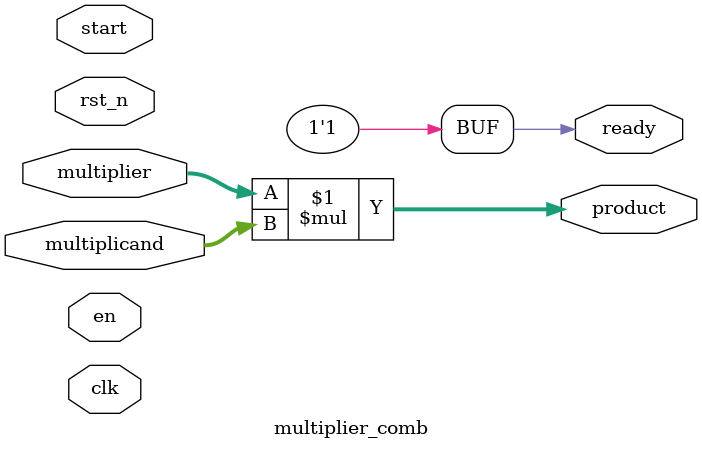
<source format=sv>
module multiplier_comb#(
    parameter int unsigned WIDTH       = 8,
    parameter bit          CHECK_PARAM = 1
)(
    input  logic                clk,
    input  logic                en,
    input  logic                rst_n,
    input  logic                start,
    input  logic[WIDTH-1:0]     multiplier,
    input  logic[WIDTH-1:0]     multiplicand,
    output logic                ready,
    output logic[(2*WIDTH)-1:0] product
);

assign product = multiplier*multiplicand;
assign ready   = 1'b1;

endmodule: multiplier_comb
</source>
